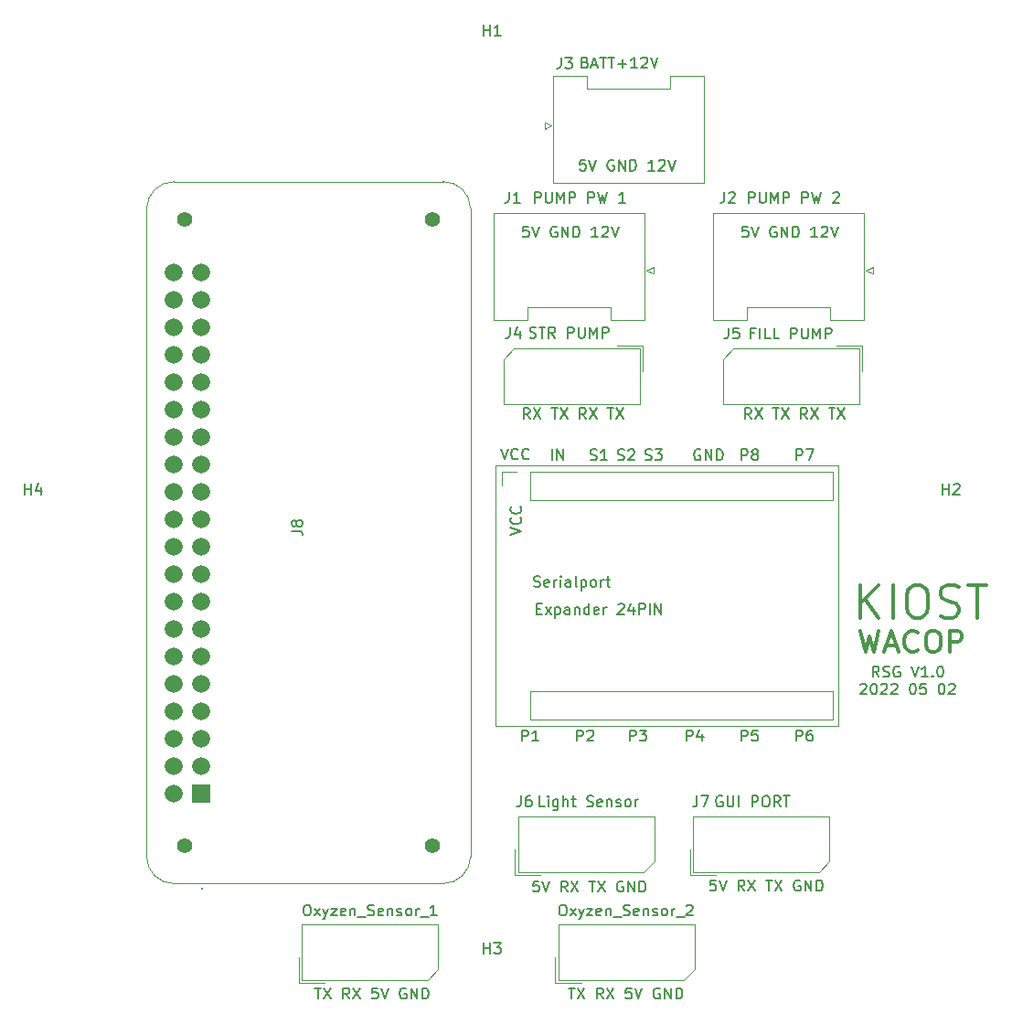
<source format=gbr>
%TF.GenerationSoftware,KiCad,Pcbnew,(6.0.4)*%
%TF.CreationDate,2022-05-02T15:33:22+09:00*%
%TF.ProjectId,0425,30343235-2e6b-4696-9361-645f70636258,rev?*%
%TF.SameCoordinates,Original*%
%TF.FileFunction,Legend,Top*%
%TF.FilePolarity,Positive*%
%FSLAX46Y46*%
G04 Gerber Fmt 4.6, Leading zero omitted, Abs format (unit mm)*
G04 Created by KiCad (PCBNEW (6.0.4)) date 2022-05-02 15:33:22*
%MOMM*%
%LPD*%
G01*
G04 APERTURE LIST*
%ADD10C,0.300000*%
%ADD11C,0.150000*%
%ADD12C,0.120000*%
%ADD13C,0.100000*%
%ADD14R,1.665000X1.665000*%
%ADD15C,1.665000*%
%ADD16C,1.400000*%
G04 APERTURE END LIST*
D10*
X176594095Y-87042761D02*
X177070285Y-89042761D01*
X177451238Y-87614190D01*
X177832190Y-89042761D01*
X178308380Y-87042761D01*
X178975047Y-88471333D02*
X179927428Y-88471333D01*
X178784571Y-89042761D02*
X179451238Y-87042761D01*
X180117904Y-89042761D01*
X181927428Y-88852285D02*
X181832190Y-88947523D01*
X181546476Y-89042761D01*
X181356000Y-89042761D01*
X181070285Y-88947523D01*
X180879809Y-88757047D01*
X180784571Y-88566571D01*
X180689333Y-88185619D01*
X180689333Y-87899904D01*
X180784571Y-87518952D01*
X180879809Y-87328476D01*
X181070285Y-87138000D01*
X181356000Y-87042761D01*
X181546476Y-87042761D01*
X181832190Y-87138000D01*
X181927428Y-87233238D01*
X183165523Y-87042761D02*
X183546476Y-87042761D01*
X183736952Y-87138000D01*
X183927428Y-87328476D01*
X184022666Y-87709428D01*
X184022666Y-88376095D01*
X183927428Y-88757047D01*
X183736952Y-88947523D01*
X183546476Y-89042761D01*
X183165523Y-89042761D01*
X182975047Y-88947523D01*
X182784571Y-88757047D01*
X182689333Y-88376095D01*
X182689333Y-87709428D01*
X182784571Y-87328476D01*
X182975047Y-87138000D01*
X183165523Y-87042761D01*
X184879809Y-89042761D02*
X184879809Y-87042761D01*
X185641714Y-87042761D01*
X185832190Y-87138000D01*
X185927428Y-87233238D01*
X186022666Y-87423714D01*
X186022666Y-87709428D01*
X185927428Y-87899904D01*
X185832190Y-87995142D01*
X185641714Y-88090380D01*
X184879809Y-88090380D01*
D11*
X145994642Y-59904761D02*
X146137500Y-59952380D01*
X146375595Y-59952380D01*
X146470833Y-59904761D01*
X146518452Y-59857142D01*
X146566071Y-59761904D01*
X146566071Y-59666666D01*
X146518452Y-59571428D01*
X146470833Y-59523809D01*
X146375595Y-59476190D01*
X146185119Y-59428571D01*
X146089880Y-59380952D01*
X146042261Y-59333333D01*
X145994642Y-59238095D01*
X145994642Y-59142857D01*
X146042261Y-59047619D01*
X146089880Y-59000000D01*
X146185119Y-58952380D01*
X146423214Y-58952380D01*
X146566071Y-59000000D01*
X146851785Y-58952380D02*
X147423214Y-58952380D01*
X147137500Y-59952380D02*
X147137500Y-58952380D01*
X148327976Y-59952380D02*
X147994642Y-59476190D01*
X147756547Y-59952380D02*
X147756547Y-58952380D01*
X148137500Y-58952380D01*
X148232738Y-59000000D01*
X148280357Y-59047619D01*
X148327976Y-59142857D01*
X148327976Y-59285714D01*
X148280357Y-59380952D01*
X148232738Y-59428571D01*
X148137500Y-59476190D01*
X147756547Y-59476190D01*
X149518452Y-59952380D02*
X149518452Y-58952380D01*
X149899404Y-58952380D01*
X149994642Y-59000000D01*
X150042261Y-59047619D01*
X150089880Y-59142857D01*
X150089880Y-59285714D01*
X150042261Y-59380952D01*
X149994642Y-59428571D01*
X149899404Y-59476190D01*
X149518452Y-59476190D01*
X150518452Y-58952380D02*
X150518452Y-59761904D01*
X150566071Y-59857142D01*
X150613690Y-59904761D01*
X150708928Y-59952380D01*
X150899404Y-59952380D01*
X150994642Y-59904761D01*
X151042261Y-59857142D01*
X151089880Y-59761904D01*
X151089880Y-58952380D01*
X151566071Y-59952380D02*
X151566071Y-58952380D01*
X151899404Y-59666666D01*
X152232738Y-58952380D01*
X152232738Y-59952380D01*
X152708928Y-59952380D02*
X152708928Y-58952380D01*
X153089880Y-58952380D01*
X153185119Y-59000000D01*
X153232738Y-59047619D01*
X153280357Y-59142857D01*
X153280357Y-59285714D01*
X153232738Y-59380952D01*
X153185119Y-59428571D01*
X153089880Y-59476190D01*
X152708928Y-59476190D01*
X178333333Y-91341380D02*
X178000000Y-90865190D01*
X177761904Y-91341380D02*
X177761904Y-90341380D01*
X178142857Y-90341380D01*
X178238095Y-90389000D01*
X178285714Y-90436619D01*
X178333333Y-90531857D01*
X178333333Y-90674714D01*
X178285714Y-90769952D01*
X178238095Y-90817571D01*
X178142857Y-90865190D01*
X177761904Y-90865190D01*
X178714285Y-91293761D02*
X178857142Y-91341380D01*
X179095238Y-91341380D01*
X179190476Y-91293761D01*
X179238095Y-91246142D01*
X179285714Y-91150904D01*
X179285714Y-91055666D01*
X179238095Y-90960428D01*
X179190476Y-90912809D01*
X179095238Y-90865190D01*
X178904761Y-90817571D01*
X178809523Y-90769952D01*
X178761904Y-90722333D01*
X178714285Y-90627095D01*
X178714285Y-90531857D01*
X178761904Y-90436619D01*
X178809523Y-90389000D01*
X178904761Y-90341380D01*
X179142857Y-90341380D01*
X179285714Y-90389000D01*
X180238095Y-90389000D02*
X180142857Y-90341380D01*
X180000000Y-90341380D01*
X179857142Y-90389000D01*
X179761904Y-90484238D01*
X179714285Y-90579476D01*
X179666666Y-90769952D01*
X179666666Y-90912809D01*
X179714285Y-91103285D01*
X179761904Y-91198523D01*
X179857142Y-91293761D01*
X180000000Y-91341380D01*
X180095238Y-91341380D01*
X180238095Y-91293761D01*
X180285714Y-91246142D01*
X180285714Y-90912809D01*
X180095238Y-90912809D01*
X181333333Y-90341380D02*
X181666666Y-91341380D01*
X182000000Y-90341380D01*
X182857142Y-91341380D02*
X182285714Y-91341380D01*
X182571428Y-91341380D02*
X182571428Y-90341380D01*
X182476190Y-90484238D01*
X182380952Y-90579476D01*
X182285714Y-90627095D01*
X183285714Y-91246142D02*
X183333333Y-91293761D01*
X183285714Y-91341380D01*
X183238095Y-91293761D01*
X183285714Y-91246142D01*
X183285714Y-91341380D01*
X183952380Y-90341380D02*
X184047619Y-90341380D01*
X184142857Y-90389000D01*
X184190476Y-90436619D01*
X184238095Y-90531857D01*
X184285714Y-90722333D01*
X184285714Y-90960428D01*
X184238095Y-91150904D01*
X184190476Y-91246142D01*
X184142857Y-91293761D01*
X184047619Y-91341380D01*
X183952380Y-91341380D01*
X183857142Y-91293761D01*
X183809523Y-91246142D01*
X183761904Y-91150904D01*
X183714285Y-90960428D01*
X183714285Y-90722333D01*
X183761904Y-90531857D01*
X183809523Y-90436619D01*
X183857142Y-90389000D01*
X183952380Y-90341380D01*
X176619047Y-92046619D02*
X176666666Y-91999000D01*
X176761904Y-91951380D01*
X177000000Y-91951380D01*
X177095238Y-91999000D01*
X177142857Y-92046619D01*
X177190476Y-92141857D01*
X177190476Y-92237095D01*
X177142857Y-92379952D01*
X176571428Y-92951380D01*
X177190476Y-92951380D01*
X177809523Y-91951380D02*
X177904761Y-91951380D01*
X178000000Y-91999000D01*
X178047619Y-92046619D01*
X178095238Y-92141857D01*
X178142857Y-92332333D01*
X178142857Y-92570428D01*
X178095238Y-92760904D01*
X178047619Y-92856142D01*
X178000000Y-92903761D01*
X177904761Y-92951380D01*
X177809523Y-92951380D01*
X177714285Y-92903761D01*
X177666666Y-92856142D01*
X177619047Y-92760904D01*
X177571428Y-92570428D01*
X177571428Y-92332333D01*
X177619047Y-92141857D01*
X177666666Y-92046619D01*
X177714285Y-91999000D01*
X177809523Y-91951380D01*
X178523809Y-92046619D02*
X178571428Y-91999000D01*
X178666666Y-91951380D01*
X178904761Y-91951380D01*
X179000000Y-91999000D01*
X179047619Y-92046619D01*
X179095238Y-92141857D01*
X179095238Y-92237095D01*
X179047619Y-92379952D01*
X178476190Y-92951380D01*
X179095238Y-92951380D01*
X179476190Y-92046619D02*
X179523809Y-91999000D01*
X179619047Y-91951380D01*
X179857142Y-91951380D01*
X179952380Y-91999000D01*
X180000000Y-92046619D01*
X180047619Y-92141857D01*
X180047619Y-92237095D01*
X180000000Y-92379952D01*
X179428571Y-92951380D01*
X180047619Y-92951380D01*
X181428571Y-91951380D02*
X181523809Y-91951380D01*
X181619047Y-91999000D01*
X181666666Y-92046619D01*
X181714285Y-92141857D01*
X181761904Y-92332333D01*
X181761904Y-92570428D01*
X181714285Y-92760904D01*
X181666666Y-92856142D01*
X181619047Y-92903761D01*
X181523809Y-92951380D01*
X181428571Y-92951380D01*
X181333333Y-92903761D01*
X181285714Y-92856142D01*
X181238095Y-92760904D01*
X181190476Y-92570428D01*
X181190476Y-92332333D01*
X181238095Y-92141857D01*
X181285714Y-92046619D01*
X181333333Y-91999000D01*
X181428571Y-91951380D01*
X182666666Y-91951380D02*
X182190476Y-91951380D01*
X182142857Y-92427571D01*
X182190476Y-92379952D01*
X182285714Y-92332333D01*
X182523809Y-92332333D01*
X182619047Y-92379952D01*
X182666666Y-92427571D01*
X182714285Y-92522809D01*
X182714285Y-92760904D01*
X182666666Y-92856142D01*
X182619047Y-92903761D01*
X182523809Y-92951380D01*
X182285714Y-92951380D01*
X182190476Y-92903761D01*
X182142857Y-92856142D01*
X184095238Y-91951380D02*
X184190476Y-91951380D01*
X184285714Y-91999000D01*
X184333333Y-92046619D01*
X184380952Y-92141857D01*
X184428571Y-92332333D01*
X184428571Y-92570428D01*
X184380952Y-92760904D01*
X184333333Y-92856142D01*
X184285714Y-92903761D01*
X184190476Y-92951380D01*
X184095238Y-92951380D01*
X184000000Y-92903761D01*
X183952380Y-92856142D01*
X183904761Y-92760904D01*
X183857142Y-92570428D01*
X183857142Y-92332333D01*
X183904761Y-92141857D01*
X183952380Y-92046619D01*
X184000000Y-91999000D01*
X184095238Y-91951380D01*
X184809523Y-92046619D02*
X184857142Y-91999000D01*
X184952380Y-91951380D01*
X185190476Y-91951380D01*
X185285714Y-91999000D01*
X185333333Y-92046619D01*
X185380952Y-92141857D01*
X185380952Y-92237095D01*
X185333333Y-92379952D01*
X184761904Y-92951380D01*
X185380952Y-92951380D01*
X166195857Y-49617380D02*
X165719666Y-49617380D01*
X165672047Y-50093571D01*
X165719666Y-50045952D01*
X165814904Y-49998333D01*
X166053000Y-49998333D01*
X166148238Y-50045952D01*
X166195857Y-50093571D01*
X166243476Y-50188809D01*
X166243476Y-50426904D01*
X166195857Y-50522142D01*
X166148238Y-50569761D01*
X166053000Y-50617380D01*
X165814904Y-50617380D01*
X165719666Y-50569761D01*
X165672047Y-50522142D01*
X166529190Y-49617380D02*
X166862523Y-50617380D01*
X167195857Y-49617380D01*
X168814904Y-49665000D02*
X168719666Y-49617380D01*
X168576809Y-49617380D01*
X168433952Y-49665000D01*
X168338714Y-49760238D01*
X168291095Y-49855476D01*
X168243476Y-50045952D01*
X168243476Y-50188809D01*
X168291095Y-50379285D01*
X168338714Y-50474523D01*
X168433952Y-50569761D01*
X168576809Y-50617380D01*
X168672047Y-50617380D01*
X168814904Y-50569761D01*
X168862523Y-50522142D01*
X168862523Y-50188809D01*
X168672047Y-50188809D01*
X169291095Y-50617380D02*
X169291095Y-49617380D01*
X169862523Y-50617380D01*
X169862523Y-49617380D01*
X170338714Y-50617380D02*
X170338714Y-49617380D01*
X170576809Y-49617380D01*
X170719666Y-49665000D01*
X170814904Y-49760238D01*
X170862523Y-49855476D01*
X170910142Y-50045952D01*
X170910142Y-50188809D01*
X170862523Y-50379285D01*
X170814904Y-50474523D01*
X170719666Y-50569761D01*
X170576809Y-50617380D01*
X170338714Y-50617380D01*
X172624428Y-50617380D02*
X172053000Y-50617380D01*
X172338714Y-50617380D02*
X172338714Y-49617380D01*
X172243476Y-49760238D01*
X172148238Y-49855476D01*
X172053000Y-49903095D01*
X173005380Y-49712619D02*
X173053000Y-49665000D01*
X173148238Y-49617380D01*
X173386333Y-49617380D01*
X173481571Y-49665000D01*
X173529190Y-49712619D01*
X173576809Y-49807857D01*
X173576809Y-49903095D01*
X173529190Y-50045952D01*
X172957761Y-50617380D01*
X173576809Y-50617380D01*
X173862523Y-49617380D02*
X174195857Y-50617380D01*
X174529190Y-49617380D01*
X146809523Y-110252380D02*
X146333333Y-110252380D01*
X146285714Y-110728571D01*
X146333333Y-110680952D01*
X146428571Y-110633333D01*
X146666666Y-110633333D01*
X146761904Y-110680952D01*
X146809523Y-110728571D01*
X146857142Y-110823809D01*
X146857142Y-111061904D01*
X146809523Y-111157142D01*
X146761904Y-111204761D01*
X146666666Y-111252380D01*
X146428571Y-111252380D01*
X146333333Y-111204761D01*
X146285714Y-111157142D01*
X147142857Y-110252380D02*
X147476190Y-111252380D01*
X147809523Y-110252380D01*
X149476190Y-111252380D02*
X149142857Y-110776190D01*
X148904761Y-111252380D02*
X148904761Y-110252380D01*
X149285714Y-110252380D01*
X149380952Y-110300000D01*
X149428571Y-110347619D01*
X149476190Y-110442857D01*
X149476190Y-110585714D01*
X149428571Y-110680952D01*
X149380952Y-110728571D01*
X149285714Y-110776190D01*
X148904761Y-110776190D01*
X149809523Y-110252380D02*
X150476190Y-111252380D01*
X150476190Y-110252380D02*
X149809523Y-111252380D01*
X151476190Y-110252380D02*
X152047619Y-110252380D01*
X151761904Y-111252380D02*
X151761904Y-110252380D01*
X152285714Y-110252380D02*
X152952380Y-111252380D01*
X152952380Y-110252380D02*
X152285714Y-111252380D01*
X154619047Y-110300000D02*
X154523809Y-110252380D01*
X154380952Y-110252380D01*
X154238095Y-110300000D01*
X154142857Y-110395238D01*
X154095238Y-110490476D01*
X154047619Y-110680952D01*
X154047619Y-110823809D01*
X154095238Y-111014285D01*
X154142857Y-111109523D01*
X154238095Y-111204761D01*
X154380952Y-111252380D01*
X154476190Y-111252380D01*
X154619047Y-111204761D01*
X154666666Y-111157142D01*
X154666666Y-110823809D01*
X154476190Y-110823809D01*
X155095238Y-111252380D02*
X155095238Y-110252380D01*
X155666666Y-111252380D01*
X155666666Y-110252380D01*
X156142857Y-111252380D02*
X156142857Y-110252380D01*
X156380952Y-110252380D01*
X156523809Y-110300000D01*
X156619047Y-110395238D01*
X156666666Y-110490476D01*
X156714285Y-110680952D01*
X156714285Y-110823809D01*
X156666666Y-111014285D01*
X156619047Y-111109523D01*
X156523809Y-111204761D01*
X156380952Y-111252380D01*
X156142857Y-111252380D01*
X143319666Y-70191380D02*
X143653000Y-71191380D01*
X143986333Y-70191380D01*
X144891095Y-71096142D02*
X144843476Y-71143761D01*
X144700619Y-71191380D01*
X144605380Y-71191380D01*
X144462523Y-71143761D01*
X144367285Y-71048523D01*
X144319666Y-70953285D01*
X144272047Y-70762809D01*
X144272047Y-70619952D01*
X144319666Y-70429476D01*
X144367285Y-70334238D01*
X144462523Y-70239000D01*
X144605380Y-70191380D01*
X144700619Y-70191380D01*
X144843476Y-70239000D01*
X144891095Y-70286619D01*
X145891095Y-71096142D02*
X145843476Y-71143761D01*
X145700619Y-71191380D01*
X145605380Y-71191380D01*
X145462523Y-71143761D01*
X145367285Y-71048523D01*
X145319666Y-70953285D01*
X145272047Y-70762809D01*
X145272047Y-70619952D01*
X145319666Y-70429476D01*
X145367285Y-70334238D01*
X145462523Y-70239000D01*
X145605380Y-70191380D01*
X145700619Y-70191380D01*
X145843476Y-70239000D01*
X145891095Y-70286619D01*
X163209523Y-110152380D02*
X162733333Y-110152380D01*
X162685714Y-110628571D01*
X162733333Y-110580952D01*
X162828571Y-110533333D01*
X163066666Y-110533333D01*
X163161904Y-110580952D01*
X163209523Y-110628571D01*
X163257142Y-110723809D01*
X163257142Y-110961904D01*
X163209523Y-111057142D01*
X163161904Y-111104761D01*
X163066666Y-111152380D01*
X162828571Y-111152380D01*
X162733333Y-111104761D01*
X162685714Y-111057142D01*
X163542857Y-110152380D02*
X163876190Y-111152380D01*
X164209523Y-110152380D01*
X165876190Y-111152380D02*
X165542857Y-110676190D01*
X165304761Y-111152380D02*
X165304761Y-110152380D01*
X165685714Y-110152380D01*
X165780952Y-110200000D01*
X165828571Y-110247619D01*
X165876190Y-110342857D01*
X165876190Y-110485714D01*
X165828571Y-110580952D01*
X165780952Y-110628571D01*
X165685714Y-110676190D01*
X165304761Y-110676190D01*
X166209523Y-110152380D02*
X166876190Y-111152380D01*
X166876190Y-110152380D02*
X166209523Y-111152380D01*
X167876190Y-110152380D02*
X168447619Y-110152380D01*
X168161904Y-111152380D02*
X168161904Y-110152380D01*
X168685714Y-110152380D02*
X169352380Y-111152380D01*
X169352380Y-110152380D02*
X168685714Y-111152380D01*
X171019047Y-110200000D02*
X170923809Y-110152380D01*
X170780952Y-110152380D01*
X170638095Y-110200000D01*
X170542857Y-110295238D01*
X170495238Y-110390476D01*
X170447619Y-110580952D01*
X170447619Y-110723809D01*
X170495238Y-110914285D01*
X170542857Y-111009523D01*
X170638095Y-111104761D01*
X170780952Y-111152380D01*
X170876190Y-111152380D01*
X171019047Y-111104761D01*
X171066666Y-111057142D01*
X171066666Y-110723809D01*
X170876190Y-110723809D01*
X171495238Y-111152380D02*
X171495238Y-110152380D01*
X172066666Y-111152380D01*
X172066666Y-110152380D01*
X172542857Y-111152380D02*
X172542857Y-110152380D01*
X172780952Y-110152380D01*
X172923809Y-110200000D01*
X173019047Y-110295238D01*
X173066666Y-110390476D01*
X173114285Y-110580952D01*
X173114285Y-110723809D01*
X173066666Y-110914285D01*
X173019047Y-111009523D01*
X172923809Y-111104761D01*
X172780952Y-111152380D01*
X172542857Y-111152380D01*
X163814285Y-102400000D02*
X163719047Y-102352380D01*
X163576190Y-102352380D01*
X163433333Y-102400000D01*
X163338095Y-102495238D01*
X163290476Y-102590476D01*
X163242857Y-102780952D01*
X163242857Y-102923809D01*
X163290476Y-103114285D01*
X163338095Y-103209523D01*
X163433333Y-103304761D01*
X163576190Y-103352380D01*
X163671428Y-103352380D01*
X163814285Y-103304761D01*
X163861904Y-103257142D01*
X163861904Y-102923809D01*
X163671428Y-102923809D01*
X164290476Y-102352380D02*
X164290476Y-103161904D01*
X164338095Y-103257142D01*
X164385714Y-103304761D01*
X164480952Y-103352380D01*
X164671428Y-103352380D01*
X164766666Y-103304761D01*
X164814285Y-103257142D01*
X164861904Y-103161904D01*
X164861904Y-102352380D01*
X165338095Y-103352380D02*
X165338095Y-102352380D01*
X166576190Y-103352380D02*
X166576190Y-102352380D01*
X166957142Y-102352380D01*
X167052380Y-102400000D01*
X167100000Y-102447619D01*
X167147619Y-102542857D01*
X167147619Y-102685714D01*
X167100000Y-102780952D01*
X167052380Y-102828571D01*
X166957142Y-102876190D01*
X166576190Y-102876190D01*
X167766666Y-102352380D02*
X167957142Y-102352380D01*
X168052380Y-102400000D01*
X168147619Y-102495238D01*
X168195238Y-102685714D01*
X168195238Y-103019047D01*
X168147619Y-103209523D01*
X168052380Y-103304761D01*
X167957142Y-103352380D01*
X167766666Y-103352380D01*
X167671428Y-103304761D01*
X167576190Y-103209523D01*
X167528571Y-103019047D01*
X167528571Y-102685714D01*
X167576190Y-102495238D01*
X167671428Y-102400000D01*
X167766666Y-102352380D01*
X169195238Y-103352380D02*
X168861904Y-102876190D01*
X168623809Y-103352380D02*
X168623809Y-102352380D01*
X169004761Y-102352380D01*
X169100000Y-102400000D01*
X169147619Y-102447619D01*
X169195238Y-102542857D01*
X169195238Y-102685714D01*
X169147619Y-102780952D01*
X169100000Y-102828571D01*
X169004761Y-102876190D01*
X168623809Y-102876190D01*
X169480952Y-102352380D02*
X170052380Y-102352380D01*
X169766666Y-103352380D02*
X169766666Y-102352380D01*
X146000000Y-67452380D02*
X145666666Y-66976190D01*
X145428571Y-67452380D02*
X145428571Y-66452380D01*
X145809523Y-66452380D01*
X145904761Y-66500000D01*
X145952380Y-66547619D01*
X146000000Y-66642857D01*
X146000000Y-66785714D01*
X145952380Y-66880952D01*
X145904761Y-66928571D01*
X145809523Y-66976190D01*
X145428571Y-66976190D01*
X146333333Y-66452380D02*
X147000000Y-67452380D01*
X147000000Y-66452380D02*
X146333333Y-67452380D01*
X148000000Y-66452380D02*
X148571428Y-66452380D01*
X148285714Y-67452380D02*
X148285714Y-66452380D01*
X148809523Y-66452380D02*
X149476190Y-67452380D01*
X149476190Y-66452380D02*
X148809523Y-67452380D01*
X151190476Y-67452380D02*
X150857142Y-66976190D01*
X150619047Y-67452380D02*
X150619047Y-66452380D01*
X151000000Y-66452380D01*
X151095238Y-66500000D01*
X151142857Y-66547619D01*
X151190476Y-66642857D01*
X151190476Y-66785714D01*
X151142857Y-66880952D01*
X151095238Y-66928571D01*
X151000000Y-66976190D01*
X150619047Y-66976190D01*
X151523809Y-66452380D02*
X152190476Y-67452380D01*
X152190476Y-66452380D02*
X151523809Y-67452380D01*
X153190476Y-66452380D02*
X153761904Y-66452380D01*
X153476190Y-67452380D02*
X153476190Y-66452380D01*
X154000000Y-66452380D02*
X154666666Y-67452380D01*
X154666666Y-66452380D02*
X154000000Y-67452380D01*
X166799047Y-59491571D02*
X166465714Y-59491571D01*
X166465714Y-60015380D02*
X166465714Y-59015380D01*
X166941904Y-59015380D01*
X167322857Y-60015380D02*
X167322857Y-59015380D01*
X168275238Y-60015380D02*
X167799047Y-60015380D01*
X167799047Y-59015380D01*
X169084761Y-60015380D02*
X168608571Y-60015380D01*
X168608571Y-59015380D01*
X170180000Y-60015380D02*
X170180000Y-59015380D01*
X170560952Y-59015380D01*
X170656190Y-59063000D01*
X170703809Y-59110619D01*
X170751428Y-59205857D01*
X170751428Y-59348714D01*
X170703809Y-59443952D01*
X170656190Y-59491571D01*
X170560952Y-59539190D01*
X170180000Y-59539190D01*
X171180000Y-59015380D02*
X171180000Y-59824904D01*
X171227619Y-59920142D01*
X171275238Y-59967761D01*
X171370476Y-60015380D01*
X171560952Y-60015380D01*
X171656190Y-59967761D01*
X171703809Y-59920142D01*
X171751428Y-59824904D01*
X171751428Y-59015380D01*
X172227619Y-60015380D02*
X172227619Y-59015380D01*
X172560952Y-59729666D01*
X172894285Y-59015380D01*
X172894285Y-60015380D01*
X173370476Y-60015380D02*
X173370476Y-59015380D01*
X173751428Y-59015380D01*
X173846666Y-59063000D01*
X173894285Y-59110619D01*
X173941904Y-59205857D01*
X173941904Y-59348714D01*
X173894285Y-59443952D01*
X173846666Y-59491571D01*
X173751428Y-59539190D01*
X173370476Y-59539190D01*
X151130952Y-34428571D02*
X151273809Y-34476190D01*
X151321428Y-34523809D01*
X151369047Y-34619047D01*
X151369047Y-34761904D01*
X151321428Y-34857142D01*
X151273809Y-34904761D01*
X151178571Y-34952380D01*
X150797619Y-34952380D01*
X150797619Y-33952380D01*
X151130952Y-33952380D01*
X151226190Y-34000000D01*
X151273809Y-34047619D01*
X151321428Y-34142857D01*
X151321428Y-34238095D01*
X151273809Y-34333333D01*
X151226190Y-34380952D01*
X151130952Y-34428571D01*
X150797619Y-34428571D01*
X151750000Y-34666666D02*
X152226190Y-34666666D01*
X151654761Y-34952380D02*
X151988095Y-33952380D01*
X152321428Y-34952380D01*
X152511904Y-33952380D02*
X153083333Y-33952380D01*
X152797619Y-34952380D02*
X152797619Y-33952380D01*
X153273809Y-33952380D02*
X153845238Y-33952380D01*
X153559523Y-34952380D02*
X153559523Y-33952380D01*
X154178571Y-34571428D02*
X154940476Y-34571428D01*
X154559523Y-34952380D02*
X154559523Y-34190476D01*
X155940476Y-34952380D02*
X155369047Y-34952380D01*
X155654761Y-34952380D02*
X155654761Y-33952380D01*
X155559523Y-34095238D01*
X155464285Y-34190476D01*
X155369047Y-34238095D01*
X156321428Y-34047619D02*
X156369047Y-34000000D01*
X156464285Y-33952380D01*
X156702380Y-33952380D01*
X156797619Y-34000000D01*
X156845238Y-34047619D01*
X156892857Y-34142857D01*
X156892857Y-34238095D01*
X156845238Y-34380952D01*
X156273809Y-34952380D01*
X156892857Y-34952380D01*
X157178571Y-33952380D02*
X157511904Y-34952380D01*
X157845238Y-33952380D01*
X151142857Y-43452380D02*
X150666666Y-43452380D01*
X150619047Y-43928571D01*
X150666666Y-43880952D01*
X150761904Y-43833333D01*
X151000000Y-43833333D01*
X151095238Y-43880952D01*
X151142857Y-43928571D01*
X151190476Y-44023809D01*
X151190476Y-44261904D01*
X151142857Y-44357142D01*
X151095238Y-44404761D01*
X151000000Y-44452380D01*
X150761904Y-44452380D01*
X150666666Y-44404761D01*
X150619047Y-44357142D01*
X151476190Y-43452380D02*
X151809523Y-44452380D01*
X152142857Y-43452380D01*
X153761904Y-43500000D02*
X153666666Y-43452380D01*
X153523809Y-43452380D01*
X153380952Y-43500000D01*
X153285714Y-43595238D01*
X153238095Y-43690476D01*
X153190476Y-43880952D01*
X153190476Y-44023809D01*
X153238095Y-44214285D01*
X153285714Y-44309523D01*
X153380952Y-44404761D01*
X153523809Y-44452380D01*
X153619047Y-44452380D01*
X153761904Y-44404761D01*
X153809523Y-44357142D01*
X153809523Y-44023809D01*
X153619047Y-44023809D01*
X154238095Y-44452380D02*
X154238095Y-43452380D01*
X154809523Y-44452380D01*
X154809523Y-43452380D01*
X155285714Y-44452380D02*
X155285714Y-43452380D01*
X155523809Y-43452380D01*
X155666666Y-43500000D01*
X155761904Y-43595238D01*
X155809523Y-43690476D01*
X155857142Y-43880952D01*
X155857142Y-44023809D01*
X155809523Y-44214285D01*
X155761904Y-44309523D01*
X155666666Y-44404761D01*
X155523809Y-44452380D01*
X155285714Y-44452380D01*
X157571428Y-44452380D02*
X157000000Y-44452380D01*
X157285714Y-44452380D02*
X157285714Y-43452380D01*
X157190476Y-43595238D01*
X157095238Y-43690476D01*
X157000000Y-43738095D01*
X157952380Y-43547619D02*
X158000000Y-43500000D01*
X158095238Y-43452380D01*
X158333333Y-43452380D01*
X158428571Y-43500000D01*
X158476190Y-43547619D01*
X158523809Y-43642857D01*
X158523809Y-43738095D01*
X158476190Y-43880952D01*
X157904761Y-44452380D01*
X158523809Y-44452380D01*
X158809523Y-43452380D02*
X159142857Y-44452380D01*
X159476190Y-43452380D01*
X149590476Y-120152380D02*
X150161904Y-120152380D01*
X149876190Y-121152380D02*
X149876190Y-120152380D01*
X150400000Y-120152380D02*
X151066666Y-121152380D01*
X151066666Y-120152380D02*
X150400000Y-121152380D01*
X152780952Y-121152380D02*
X152447619Y-120676190D01*
X152209523Y-121152380D02*
X152209523Y-120152380D01*
X152590476Y-120152380D01*
X152685714Y-120200000D01*
X152733333Y-120247619D01*
X152780952Y-120342857D01*
X152780952Y-120485714D01*
X152733333Y-120580952D01*
X152685714Y-120628571D01*
X152590476Y-120676190D01*
X152209523Y-120676190D01*
X153114285Y-120152380D02*
X153780952Y-121152380D01*
X153780952Y-120152380D02*
X153114285Y-121152380D01*
X155400000Y-120152380D02*
X154923809Y-120152380D01*
X154876190Y-120628571D01*
X154923809Y-120580952D01*
X155019047Y-120533333D01*
X155257142Y-120533333D01*
X155352380Y-120580952D01*
X155400000Y-120628571D01*
X155447619Y-120723809D01*
X155447619Y-120961904D01*
X155400000Y-121057142D01*
X155352380Y-121104761D01*
X155257142Y-121152380D01*
X155019047Y-121152380D01*
X154923809Y-121104761D01*
X154876190Y-121057142D01*
X155733333Y-120152380D02*
X156066666Y-121152380D01*
X156400000Y-120152380D01*
X158019047Y-120200000D02*
X157923809Y-120152380D01*
X157780952Y-120152380D01*
X157638095Y-120200000D01*
X157542857Y-120295238D01*
X157495238Y-120390476D01*
X157447619Y-120580952D01*
X157447619Y-120723809D01*
X157495238Y-120914285D01*
X157542857Y-121009523D01*
X157638095Y-121104761D01*
X157780952Y-121152380D01*
X157876190Y-121152380D01*
X158019047Y-121104761D01*
X158066666Y-121057142D01*
X158066666Y-120723809D01*
X157876190Y-120723809D01*
X158495238Y-121152380D02*
X158495238Y-120152380D01*
X159066666Y-121152380D01*
X159066666Y-120152380D01*
X159542857Y-121152380D02*
X159542857Y-120152380D01*
X159780952Y-120152380D01*
X159923809Y-120200000D01*
X160019047Y-120295238D01*
X160066666Y-120390476D01*
X160114285Y-120580952D01*
X160114285Y-120723809D01*
X160066666Y-120914285D01*
X160019047Y-121009523D01*
X159923809Y-121104761D01*
X159780952Y-121152380D01*
X159542857Y-121152380D01*
X166500000Y-67452380D02*
X166166666Y-66976190D01*
X165928571Y-67452380D02*
X165928571Y-66452380D01*
X166309523Y-66452380D01*
X166404761Y-66500000D01*
X166452380Y-66547619D01*
X166500000Y-66642857D01*
X166500000Y-66785714D01*
X166452380Y-66880952D01*
X166404761Y-66928571D01*
X166309523Y-66976190D01*
X165928571Y-66976190D01*
X166833333Y-66452380D02*
X167500000Y-67452380D01*
X167500000Y-66452380D02*
X166833333Y-67452380D01*
X168500000Y-66452380D02*
X169071428Y-66452380D01*
X168785714Y-67452380D02*
X168785714Y-66452380D01*
X169309523Y-66452380D02*
X169976190Y-67452380D01*
X169976190Y-66452380D02*
X169309523Y-67452380D01*
X171690476Y-67452380D02*
X171357142Y-66976190D01*
X171119047Y-67452380D02*
X171119047Y-66452380D01*
X171500000Y-66452380D01*
X171595238Y-66500000D01*
X171642857Y-66547619D01*
X171690476Y-66642857D01*
X171690476Y-66785714D01*
X171642857Y-66880952D01*
X171595238Y-66928571D01*
X171500000Y-66976190D01*
X171119047Y-66976190D01*
X172023809Y-66452380D02*
X172690476Y-67452380D01*
X172690476Y-66452380D02*
X172023809Y-67452380D01*
X173690476Y-66452380D02*
X174261904Y-66452380D01*
X173976190Y-67452380D02*
X173976190Y-66452380D01*
X174500000Y-66452380D02*
X175166666Y-67452380D01*
X175166666Y-66452380D02*
X174500000Y-67452380D01*
X126090476Y-120152380D02*
X126661904Y-120152380D01*
X126376190Y-121152380D02*
X126376190Y-120152380D01*
X126900000Y-120152380D02*
X127566666Y-121152380D01*
X127566666Y-120152380D02*
X126900000Y-121152380D01*
X129280952Y-121152380D02*
X128947619Y-120676190D01*
X128709523Y-121152380D02*
X128709523Y-120152380D01*
X129090476Y-120152380D01*
X129185714Y-120200000D01*
X129233333Y-120247619D01*
X129280952Y-120342857D01*
X129280952Y-120485714D01*
X129233333Y-120580952D01*
X129185714Y-120628571D01*
X129090476Y-120676190D01*
X128709523Y-120676190D01*
X129614285Y-120152380D02*
X130280952Y-121152380D01*
X130280952Y-120152380D02*
X129614285Y-121152380D01*
X131900000Y-120152380D02*
X131423809Y-120152380D01*
X131376190Y-120628571D01*
X131423809Y-120580952D01*
X131519047Y-120533333D01*
X131757142Y-120533333D01*
X131852380Y-120580952D01*
X131900000Y-120628571D01*
X131947619Y-120723809D01*
X131947619Y-120961904D01*
X131900000Y-121057142D01*
X131852380Y-121104761D01*
X131757142Y-121152380D01*
X131519047Y-121152380D01*
X131423809Y-121104761D01*
X131376190Y-121057142D01*
X132233333Y-120152380D02*
X132566666Y-121152380D01*
X132900000Y-120152380D01*
X134519047Y-120200000D02*
X134423809Y-120152380D01*
X134280952Y-120152380D01*
X134138095Y-120200000D01*
X134042857Y-120295238D01*
X133995238Y-120390476D01*
X133947619Y-120580952D01*
X133947619Y-120723809D01*
X133995238Y-120914285D01*
X134042857Y-121009523D01*
X134138095Y-121104761D01*
X134280952Y-121152380D01*
X134376190Y-121152380D01*
X134519047Y-121104761D01*
X134566666Y-121057142D01*
X134566666Y-120723809D01*
X134376190Y-120723809D01*
X134995238Y-121152380D02*
X134995238Y-120152380D01*
X135566666Y-121152380D01*
X135566666Y-120152380D01*
X136042857Y-121152380D02*
X136042857Y-120152380D01*
X136280952Y-120152380D01*
X136423809Y-120200000D01*
X136519047Y-120295238D01*
X136566666Y-120390476D01*
X136614285Y-120580952D01*
X136614285Y-120723809D01*
X136566666Y-120914285D01*
X136519047Y-121009523D01*
X136423809Y-121104761D01*
X136280952Y-121152380D01*
X136042857Y-121152380D01*
X146455333Y-47442380D02*
X146455333Y-46442380D01*
X146836285Y-46442380D01*
X146931523Y-46490000D01*
X146979142Y-46537619D01*
X147026761Y-46632857D01*
X147026761Y-46775714D01*
X146979142Y-46870952D01*
X146931523Y-46918571D01*
X146836285Y-46966190D01*
X146455333Y-46966190D01*
X147455333Y-46442380D02*
X147455333Y-47251904D01*
X147502952Y-47347142D01*
X147550571Y-47394761D01*
X147645809Y-47442380D01*
X147836285Y-47442380D01*
X147931523Y-47394761D01*
X147979142Y-47347142D01*
X148026761Y-47251904D01*
X148026761Y-46442380D01*
X148502952Y-47442380D02*
X148502952Y-46442380D01*
X148836285Y-47156666D01*
X149169619Y-46442380D01*
X149169619Y-47442380D01*
X149645809Y-47442380D02*
X149645809Y-46442380D01*
X150026761Y-46442380D01*
X150122000Y-46490000D01*
X150169619Y-46537619D01*
X150217238Y-46632857D01*
X150217238Y-46775714D01*
X150169619Y-46870952D01*
X150122000Y-46918571D01*
X150026761Y-46966190D01*
X149645809Y-46966190D01*
X151407714Y-47442380D02*
X151407714Y-46442380D01*
X151788666Y-46442380D01*
X151883904Y-46490000D01*
X151931523Y-46537619D01*
X151979142Y-46632857D01*
X151979142Y-46775714D01*
X151931523Y-46870952D01*
X151883904Y-46918571D01*
X151788666Y-46966190D01*
X151407714Y-46966190D01*
X152312476Y-46442380D02*
X152550571Y-47442380D01*
X152741047Y-46728095D01*
X152931523Y-47442380D01*
X153169619Y-46442380D01*
X154836285Y-47442380D02*
X154264857Y-47442380D01*
X154550571Y-47442380D02*
X154550571Y-46442380D01*
X154455333Y-46585238D01*
X154360095Y-46680476D01*
X154264857Y-46728095D01*
X147376190Y-103352380D02*
X146900000Y-103352380D01*
X146900000Y-102352380D01*
X147709523Y-103352380D02*
X147709523Y-102685714D01*
X147709523Y-102352380D02*
X147661904Y-102400000D01*
X147709523Y-102447619D01*
X147757142Y-102400000D01*
X147709523Y-102352380D01*
X147709523Y-102447619D01*
X148614285Y-102685714D02*
X148614285Y-103495238D01*
X148566666Y-103590476D01*
X148519047Y-103638095D01*
X148423809Y-103685714D01*
X148280952Y-103685714D01*
X148185714Y-103638095D01*
X148614285Y-103304761D02*
X148519047Y-103352380D01*
X148328571Y-103352380D01*
X148233333Y-103304761D01*
X148185714Y-103257142D01*
X148138095Y-103161904D01*
X148138095Y-102876190D01*
X148185714Y-102780952D01*
X148233333Y-102733333D01*
X148328571Y-102685714D01*
X148519047Y-102685714D01*
X148614285Y-102733333D01*
X149090476Y-103352380D02*
X149090476Y-102352380D01*
X149519047Y-103352380D02*
X149519047Y-102828571D01*
X149471428Y-102733333D01*
X149376190Y-102685714D01*
X149233333Y-102685714D01*
X149138095Y-102733333D01*
X149090476Y-102780952D01*
X149852380Y-102685714D02*
X150233333Y-102685714D01*
X149995238Y-102352380D02*
X149995238Y-103209523D01*
X150042857Y-103304761D01*
X150138095Y-103352380D01*
X150233333Y-103352380D01*
X151280952Y-103304761D02*
X151423809Y-103352380D01*
X151661904Y-103352380D01*
X151757142Y-103304761D01*
X151804761Y-103257142D01*
X151852380Y-103161904D01*
X151852380Y-103066666D01*
X151804761Y-102971428D01*
X151757142Y-102923809D01*
X151661904Y-102876190D01*
X151471428Y-102828571D01*
X151376190Y-102780952D01*
X151328571Y-102733333D01*
X151280952Y-102638095D01*
X151280952Y-102542857D01*
X151328571Y-102447619D01*
X151376190Y-102400000D01*
X151471428Y-102352380D01*
X151709523Y-102352380D01*
X151852380Y-102400000D01*
X152661904Y-103304761D02*
X152566666Y-103352380D01*
X152376190Y-103352380D01*
X152280952Y-103304761D01*
X152233333Y-103209523D01*
X152233333Y-102828571D01*
X152280952Y-102733333D01*
X152376190Y-102685714D01*
X152566666Y-102685714D01*
X152661904Y-102733333D01*
X152709523Y-102828571D01*
X152709523Y-102923809D01*
X152233333Y-103019047D01*
X153138095Y-102685714D02*
X153138095Y-103352380D01*
X153138095Y-102780952D02*
X153185714Y-102733333D01*
X153280952Y-102685714D01*
X153423809Y-102685714D01*
X153519047Y-102733333D01*
X153566666Y-102828571D01*
X153566666Y-103352380D01*
X153995238Y-103304761D02*
X154090476Y-103352380D01*
X154280952Y-103352380D01*
X154376190Y-103304761D01*
X154423809Y-103209523D01*
X154423809Y-103161904D01*
X154376190Y-103066666D01*
X154280952Y-103019047D01*
X154138095Y-103019047D01*
X154042857Y-102971428D01*
X153995238Y-102876190D01*
X153995238Y-102828571D01*
X154042857Y-102733333D01*
X154138095Y-102685714D01*
X154280952Y-102685714D01*
X154376190Y-102733333D01*
X154995238Y-103352380D02*
X154900000Y-103304761D01*
X154852380Y-103257142D01*
X154804761Y-103161904D01*
X154804761Y-102876190D01*
X154852380Y-102780952D01*
X154900000Y-102733333D01*
X154995238Y-102685714D01*
X155138095Y-102685714D01*
X155233333Y-102733333D01*
X155280952Y-102780952D01*
X155328571Y-102876190D01*
X155328571Y-103161904D01*
X155280952Y-103257142D01*
X155233333Y-103304761D01*
X155138095Y-103352380D01*
X154995238Y-103352380D01*
X155757142Y-103352380D02*
X155757142Y-102685714D01*
X155757142Y-102876190D02*
X155804761Y-102780952D01*
X155852380Y-102733333D01*
X155947619Y-102685714D01*
X156042857Y-102685714D01*
D10*
X176607142Y-85857142D02*
X176607142Y-82857142D01*
X178321428Y-85857142D02*
X177035714Y-84142857D01*
X178321428Y-82857142D02*
X176607142Y-84571428D01*
X179607142Y-85857142D02*
X179607142Y-82857142D01*
X181607142Y-82857142D02*
X182178571Y-82857142D01*
X182464285Y-83000000D01*
X182750000Y-83285714D01*
X182892857Y-83857142D01*
X182892857Y-84857142D01*
X182750000Y-85428571D01*
X182464285Y-85714285D01*
X182178571Y-85857142D01*
X181607142Y-85857142D01*
X181321428Y-85714285D01*
X181035714Y-85428571D01*
X180892857Y-84857142D01*
X180892857Y-83857142D01*
X181035714Y-83285714D01*
X181321428Y-83000000D01*
X181607142Y-82857142D01*
X184035714Y-85714285D02*
X184464285Y-85857142D01*
X185178571Y-85857142D01*
X185464285Y-85714285D01*
X185607142Y-85571428D01*
X185750000Y-85285714D01*
X185750000Y-85000000D01*
X185607142Y-84714285D01*
X185464285Y-84571428D01*
X185178571Y-84428571D01*
X184607142Y-84285714D01*
X184321428Y-84142857D01*
X184178571Y-84000000D01*
X184035714Y-83714285D01*
X184035714Y-83428571D01*
X184178571Y-83142857D01*
X184321428Y-83000000D01*
X184607142Y-82857142D01*
X185321428Y-82857142D01*
X185750000Y-83000000D01*
X186607142Y-82857142D02*
X188321428Y-82857142D01*
X187464285Y-85857142D02*
X187464285Y-82857142D01*
D11*
X166267333Y-47452380D02*
X166267333Y-46452380D01*
X166648285Y-46452380D01*
X166743523Y-46500000D01*
X166791142Y-46547619D01*
X166838761Y-46642857D01*
X166838761Y-46785714D01*
X166791142Y-46880952D01*
X166743523Y-46928571D01*
X166648285Y-46976190D01*
X166267333Y-46976190D01*
X167267333Y-46452380D02*
X167267333Y-47261904D01*
X167314952Y-47357142D01*
X167362571Y-47404761D01*
X167457809Y-47452380D01*
X167648285Y-47452380D01*
X167743523Y-47404761D01*
X167791142Y-47357142D01*
X167838761Y-47261904D01*
X167838761Y-46452380D01*
X168314952Y-47452380D02*
X168314952Y-46452380D01*
X168648285Y-47166666D01*
X168981619Y-46452380D01*
X168981619Y-47452380D01*
X169457809Y-47452380D02*
X169457809Y-46452380D01*
X169838761Y-46452380D01*
X169934000Y-46500000D01*
X169981619Y-46547619D01*
X170029238Y-46642857D01*
X170029238Y-46785714D01*
X169981619Y-46880952D01*
X169934000Y-46928571D01*
X169838761Y-46976190D01*
X169457809Y-46976190D01*
X171219714Y-47452380D02*
X171219714Y-46452380D01*
X171600666Y-46452380D01*
X171695904Y-46500000D01*
X171743523Y-46547619D01*
X171791142Y-46642857D01*
X171791142Y-46785714D01*
X171743523Y-46880952D01*
X171695904Y-46928571D01*
X171600666Y-46976190D01*
X171219714Y-46976190D01*
X172124476Y-46452380D02*
X172362571Y-47452380D01*
X172553047Y-46738095D01*
X172743523Y-47452380D01*
X172981619Y-46452380D01*
X174076857Y-46547619D02*
X174124476Y-46500000D01*
X174219714Y-46452380D01*
X174457809Y-46452380D01*
X174553047Y-46500000D01*
X174600666Y-46547619D01*
X174648285Y-46642857D01*
X174648285Y-46738095D01*
X174600666Y-46880952D01*
X174029238Y-47452380D01*
X174648285Y-47452380D01*
X145875857Y-49617380D02*
X145399666Y-49617380D01*
X145352047Y-50093571D01*
X145399666Y-50045952D01*
X145494904Y-49998333D01*
X145733000Y-49998333D01*
X145828238Y-50045952D01*
X145875857Y-50093571D01*
X145923476Y-50188809D01*
X145923476Y-50426904D01*
X145875857Y-50522142D01*
X145828238Y-50569761D01*
X145733000Y-50617380D01*
X145494904Y-50617380D01*
X145399666Y-50569761D01*
X145352047Y-50522142D01*
X146209190Y-49617380D02*
X146542523Y-50617380D01*
X146875857Y-49617380D01*
X148494904Y-49665000D02*
X148399666Y-49617380D01*
X148256809Y-49617380D01*
X148113952Y-49665000D01*
X148018714Y-49760238D01*
X147971095Y-49855476D01*
X147923476Y-50045952D01*
X147923476Y-50188809D01*
X147971095Y-50379285D01*
X148018714Y-50474523D01*
X148113952Y-50569761D01*
X148256809Y-50617380D01*
X148352047Y-50617380D01*
X148494904Y-50569761D01*
X148542523Y-50522142D01*
X148542523Y-50188809D01*
X148352047Y-50188809D01*
X148971095Y-50617380D02*
X148971095Y-49617380D01*
X149542523Y-50617380D01*
X149542523Y-49617380D01*
X150018714Y-50617380D02*
X150018714Y-49617380D01*
X150256809Y-49617380D01*
X150399666Y-49665000D01*
X150494904Y-49760238D01*
X150542523Y-49855476D01*
X150590142Y-50045952D01*
X150590142Y-50188809D01*
X150542523Y-50379285D01*
X150494904Y-50474523D01*
X150399666Y-50569761D01*
X150256809Y-50617380D01*
X150018714Y-50617380D01*
X152304428Y-50617380D02*
X151733000Y-50617380D01*
X152018714Y-50617380D02*
X152018714Y-49617380D01*
X151923476Y-49760238D01*
X151828238Y-49855476D01*
X151733000Y-49903095D01*
X152685380Y-49712619D02*
X152733000Y-49665000D01*
X152828238Y-49617380D01*
X153066333Y-49617380D01*
X153161571Y-49665000D01*
X153209190Y-49712619D01*
X153256809Y-49807857D01*
X153256809Y-49903095D01*
X153209190Y-50045952D01*
X152637761Y-50617380D01*
X153256809Y-50617380D01*
X153542523Y-49617380D02*
X153875857Y-50617380D01*
X154209190Y-49617380D01*
%TO.C,J9*%
X145291904Y-97272380D02*
X145291904Y-96272380D01*
X145672857Y-96272380D01*
X145768095Y-96320000D01*
X145815714Y-96367619D01*
X145863333Y-96462857D01*
X145863333Y-96605714D01*
X145815714Y-96700952D01*
X145768095Y-96748571D01*
X145672857Y-96796190D01*
X145291904Y-96796190D01*
X146815714Y-97272380D02*
X146244285Y-97272380D01*
X146530000Y-97272380D02*
X146530000Y-96272380D01*
X146434761Y-96415238D01*
X146339523Y-96510476D01*
X146244285Y-96558095D01*
X144212380Y-78168333D02*
X145212380Y-77835000D01*
X144212380Y-77501666D01*
X145117142Y-76596904D02*
X145164761Y-76644523D01*
X145212380Y-76787380D01*
X145212380Y-76882619D01*
X145164761Y-77025476D01*
X145069523Y-77120714D01*
X144974285Y-77168333D01*
X144783809Y-77215952D01*
X144640952Y-77215952D01*
X144450476Y-77168333D01*
X144355238Y-77120714D01*
X144260000Y-77025476D01*
X144212380Y-76882619D01*
X144212380Y-76787380D01*
X144260000Y-76644523D01*
X144307619Y-76596904D01*
X145117142Y-75596904D02*
X145164761Y-75644523D01*
X145212380Y-75787380D01*
X145212380Y-75882619D01*
X145164761Y-76025476D01*
X145069523Y-76120714D01*
X144974285Y-76168333D01*
X144783809Y-76215952D01*
X144640952Y-76215952D01*
X144450476Y-76168333D01*
X144355238Y-76120714D01*
X144260000Y-76025476D01*
X144212380Y-75882619D01*
X144212380Y-75787380D01*
X144260000Y-75644523D01*
X144307619Y-75596904D01*
X151618095Y-71224761D02*
X151760952Y-71272380D01*
X151999047Y-71272380D01*
X152094285Y-71224761D01*
X152141904Y-71177142D01*
X152189523Y-71081904D01*
X152189523Y-70986666D01*
X152141904Y-70891428D01*
X152094285Y-70843809D01*
X151999047Y-70796190D01*
X151808571Y-70748571D01*
X151713333Y-70700952D01*
X151665714Y-70653333D01*
X151618095Y-70558095D01*
X151618095Y-70462857D01*
X151665714Y-70367619D01*
X151713333Y-70320000D01*
X151808571Y-70272380D01*
X152046666Y-70272380D01*
X152189523Y-70320000D01*
X153141904Y-71272380D02*
X152570476Y-71272380D01*
X152856190Y-71272380D02*
X152856190Y-70272380D01*
X152760952Y-70415238D01*
X152665714Y-70510476D01*
X152570476Y-70558095D01*
X154158095Y-71224761D02*
X154300952Y-71272380D01*
X154539047Y-71272380D01*
X154634285Y-71224761D01*
X154681904Y-71177142D01*
X154729523Y-71081904D01*
X154729523Y-70986666D01*
X154681904Y-70891428D01*
X154634285Y-70843809D01*
X154539047Y-70796190D01*
X154348571Y-70748571D01*
X154253333Y-70700952D01*
X154205714Y-70653333D01*
X154158095Y-70558095D01*
X154158095Y-70462857D01*
X154205714Y-70367619D01*
X154253333Y-70320000D01*
X154348571Y-70272380D01*
X154586666Y-70272380D01*
X154729523Y-70320000D01*
X155110476Y-70367619D02*
X155158095Y-70320000D01*
X155253333Y-70272380D01*
X155491428Y-70272380D01*
X155586666Y-70320000D01*
X155634285Y-70367619D01*
X155681904Y-70462857D01*
X155681904Y-70558095D01*
X155634285Y-70700952D01*
X155062857Y-71272380D01*
X155681904Y-71272380D01*
X170691904Y-71272380D02*
X170691904Y-70272380D01*
X171072857Y-70272380D01*
X171168095Y-70320000D01*
X171215714Y-70367619D01*
X171263333Y-70462857D01*
X171263333Y-70605714D01*
X171215714Y-70700952D01*
X171168095Y-70748571D01*
X171072857Y-70796190D01*
X170691904Y-70796190D01*
X171596666Y-70272380D02*
X172263333Y-70272380D01*
X171834761Y-71272380D01*
X155261904Y-97272380D02*
X155261904Y-96272380D01*
X155642857Y-96272380D01*
X155738095Y-96320000D01*
X155785714Y-96367619D01*
X155833333Y-96462857D01*
X155833333Y-96605714D01*
X155785714Y-96700952D01*
X155738095Y-96748571D01*
X155642857Y-96796190D01*
X155261904Y-96796190D01*
X156166666Y-96272380D02*
X156785714Y-96272380D01*
X156452380Y-96653333D01*
X156595238Y-96653333D01*
X156690476Y-96700952D01*
X156738095Y-96748571D01*
X156785714Y-96843809D01*
X156785714Y-97081904D01*
X156738095Y-97177142D01*
X156690476Y-97224761D01*
X156595238Y-97272380D01*
X156309523Y-97272380D01*
X156214285Y-97224761D01*
X156166666Y-97177142D01*
X156698095Y-71224761D02*
X156840952Y-71272380D01*
X157079047Y-71272380D01*
X157174285Y-71224761D01*
X157221904Y-71177142D01*
X157269523Y-71081904D01*
X157269523Y-70986666D01*
X157221904Y-70891428D01*
X157174285Y-70843809D01*
X157079047Y-70796190D01*
X156888571Y-70748571D01*
X156793333Y-70700952D01*
X156745714Y-70653333D01*
X156698095Y-70558095D01*
X156698095Y-70462857D01*
X156745714Y-70367619D01*
X156793333Y-70320000D01*
X156888571Y-70272380D01*
X157126666Y-70272380D01*
X157269523Y-70320000D01*
X157602857Y-70272380D02*
X158221904Y-70272380D01*
X157888571Y-70653333D01*
X158031428Y-70653333D01*
X158126666Y-70700952D01*
X158174285Y-70748571D01*
X158221904Y-70843809D01*
X158221904Y-71081904D01*
X158174285Y-71177142D01*
X158126666Y-71224761D01*
X158031428Y-71272380D01*
X157745714Y-71272380D01*
X157650476Y-71224761D01*
X157602857Y-71177142D01*
X161778095Y-70320000D02*
X161682857Y-70272380D01*
X161540000Y-70272380D01*
X161397142Y-70320000D01*
X161301904Y-70415238D01*
X161254285Y-70510476D01*
X161206666Y-70700952D01*
X161206666Y-70843809D01*
X161254285Y-71034285D01*
X161301904Y-71129523D01*
X161397142Y-71224761D01*
X161540000Y-71272380D01*
X161635238Y-71272380D01*
X161778095Y-71224761D01*
X161825714Y-71177142D01*
X161825714Y-70843809D01*
X161635238Y-70843809D01*
X162254285Y-71272380D02*
X162254285Y-70272380D01*
X162825714Y-71272380D01*
X162825714Y-70272380D01*
X163301904Y-71272380D02*
X163301904Y-70272380D01*
X163540000Y-70272380D01*
X163682857Y-70320000D01*
X163778095Y-70415238D01*
X163825714Y-70510476D01*
X163873333Y-70700952D01*
X163873333Y-70843809D01*
X163825714Y-71034285D01*
X163778095Y-71129523D01*
X163682857Y-71224761D01*
X163540000Y-71272380D01*
X163301904Y-71272380D01*
X165611904Y-71272380D02*
X165611904Y-70272380D01*
X165992857Y-70272380D01*
X166088095Y-70320000D01*
X166135714Y-70367619D01*
X166183333Y-70462857D01*
X166183333Y-70605714D01*
X166135714Y-70700952D01*
X166088095Y-70748571D01*
X165992857Y-70796190D01*
X165611904Y-70796190D01*
X166754761Y-70700952D02*
X166659523Y-70653333D01*
X166611904Y-70605714D01*
X166564285Y-70510476D01*
X166564285Y-70462857D01*
X166611904Y-70367619D01*
X166659523Y-70320000D01*
X166754761Y-70272380D01*
X166945238Y-70272380D01*
X167040476Y-70320000D01*
X167088095Y-70367619D01*
X167135714Y-70462857D01*
X167135714Y-70510476D01*
X167088095Y-70605714D01*
X167040476Y-70653333D01*
X166945238Y-70700952D01*
X166754761Y-70700952D01*
X166659523Y-70748571D01*
X166611904Y-70796190D01*
X166564285Y-70891428D01*
X166564285Y-71081904D01*
X166611904Y-71177142D01*
X166659523Y-71224761D01*
X166754761Y-71272380D01*
X166945238Y-71272380D01*
X167040476Y-71224761D01*
X167088095Y-71177142D01*
X167135714Y-71081904D01*
X167135714Y-70891428D01*
X167088095Y-70796190D01*
X167040476Y-70748571D01*
X166945238Y-70700952D01*
X170691904Y-97272380D02*
X170691904Y-96272380D01*
X171072857Y-96272380D01*
X171168095Y-96320000D01*
X171215714Y-96367619D01*
X171263333Y-96462857D01*
X171263333Y-96605714D01*
X171215714Y-96700952D01*
X171168095Y-96748571D01*
X171072857Y-96796190D01*
X170691904Y-96796190D01*
X172120476Y-96272380D02*
X171930000Y-96272380D01*
X171834761Y-96320000D01*
X171787142Y-96367619D01*
X171691904Y-96510476D01*
X171644285Y-96700952D01*
X171644285Y-97081904D01*
X171691904Y-97177142D01*
X171739523Y-97224761D01*
X171834761Y-97272380D01*
X172025238Y-97272380D01*
X172120476Y-97224761D01*
X172168095Y-97177142D01*
X172215714Y-97081904D01*
X172215714Y-96843809D01*
X172168095Y-96748571D01*
X172120476Y-96700952D01*
X172025238Y-96653333D01*
X171834761Y-96653333D01*
X171739523Y-96700952D01*
X171691904Y-96748571D01*
X171644285Y-96843809D01*
X160531904Y-97272380D02*
X160531904Y-96272380D01*
X160912857Y-96272380D01*
X161008095Y-96320000D01*
X161055714Y-96367619D01*
X161103333Y-96462857D01*
X161103333Y-96605714D01*
X161055714Y-96700952D01*
X161008095Y-96748571D01*
X160912857Y-96796190D01*
X160531904Y-96796190D01*
X161960476Y-96605714D02*
X161960476Y-97272380D01*
X161722380Y-96224761D02*
X161484285Y-96939047D01*
X162103333Y-96939047D01*
X148046190Y-71272380D02*
X148046190Y-70272380D01*
X148522380Y-71272380D02*
X148522380Y-70272380D01*
X149093809Y-71272380D01*
X149093809Y-70272380D01*
X146383809Y-82964761D02*
X146526666Y-83012380D01*
X146764761Y-83012380D01*
X146860000Y-82964761D01*
X146907619Y-82917142D01*
X146955238Y-82821904D01*
X146955238Y-82726666D01*
X146907619Y-82631428D01*
X146860000Y-82583809D01*
X146764761Y-82536190D01*
X146574285Y-82488571D01*
X146479047Y-82440952D01*
X146431428Y-82393333D01*
X146383809Y-82298095D01*
X146383809Y-82202857D01*
X146431428Y-82107619D01*
X146479047Y-82060000D01*
X146574285Y-82012380D01*
X146812380Y-82012380D01*
X146955238Y-82060000D01*
X147764761Y-82964761D02*
X147669523Y-83012380D01*
X147479047Y-83012380D01*
X147383809Y-82964761D01*
X147336190Y-82869523D01*
X147336190Y-82488571D01*
X147383809Y-82393333D01*
X147479047Y-82345714D01*
X147669523Y-82345714D01*
X147764761Y-82393333D01*
X147812380Y-82488571D01*
X147812380Y-82583809D01*
X147336190Y-82679047D01*
X148240952Y-83012380D02*
X148240952Y-82345714D01*
X148240952Y-82536190D02*
X148288571Y-82440952D01*
X148336190Y-82393333D01*
X148431428Y-82345714D01*
X148526666Y-82345714D01*
X148860000Y-83012380D02*
X148860000Y-82345714D01*
X148860000Y-82012380D02*
X148812380Y-82060000D01*
X148860000Y-82107619D01*
X148907619Y-82060000D01*
X148860000Y-82012380D01*
X148860000Y-82107619D01*
X149764761Y-83012380D02*
X149764761Y-82488571D01*
X149717142Y-82393333D01*
X149621904Y-82345714D01*
X149431428Y-82345714D01*
X149336190Y-82393333D01*
X149764761Y-82964761D02*
X149669523Y-83012380D01*
X149431428Y-83012380D01*
X149336190Y-82964761D01*
X149288571Y-82869523D01*
X149288571Y-82774285D01*
X149336190Y-82679047D01*
X149431428Y-82631428D01*
X149669523Y-82631428D01*
X149764761Y-82583809D01*
X150383809Y-83012380D02*
X150288571Y-82964761D01*
X150240952Y-82869523D01*
X150240952Y-82012380D01*
X150764761Y-82345714D02*
X150764761Y-83345714D01*
X150764761Y-82393333D02*
X150860000Y-82345714D01*
X151050476Y-82345714D01*
X151145714Y-82393333D01*
X151193333Y-82440952D01*
X151240952Y-82536190D01*
X151240952Y-82821904D01*
X151193333Y-82917142D01*
X151145714Y-82964761D01*
X151050476Y-83012380D01*
X150860000Y-83012380D01*
X150764761Y-82964761D01*
X151812380Y-83012380D02*
X151717142Y-82964761D01*
X151669523Y-82917142D01*
X151621904Y-82821904D01*
X151621904Y-82536190D01*
X151669523Y-82440952D01*
X151717142Y-82393333D01*
X151812380Y-82345714D01*
X151955238Y-82345714D01*
X152050476Y-82393333D01*
X152098095Y-82440952D01*
X152145714Y-82536190D01*
X152145714Y-82821904D01*
X152098095Y-82917142D01*
X152050476Y-82964761D01*
X151955238Y-83012380D01*
X151812380Y-83012380D01*
X152574285Y-83012380D02*
X152574285Y-82345714D01*
X152574285Y-82536190D02*
X152621904Y-82440952D01*
X152669523Y-82393333D01*
X152764761Y-82345714D01*
X152860000Y-82345714D01*
X153050476Y-82345714D02*
X153431428Y-82345714D01*
X153193333Y-82012380D02*
X153193333Y-82869523D01*
X153240952Y-82964761D01*
X153336190Y-83012380D01*
X153431428Y-83012380D01*
X150371904Y-97272380D02*
X150371904Y-96272380D01*
X150752857Y-96272380D01*
X150848095Y-96320000D01*
X150895714Y-96367619D01*
X150943333Y-96462857D01*
X150943333Y-96605714D01*
X150895714Y-96700952D01*
X150848095Y-96748571D01*
X150752857Y-96796190D01*
X150371904Y-96796190D01*
X151324285Y-96367619D02*
X151371904Y-96320000D01*
X151467142Y-96272380D01*
X151705238Y-96272380D01*
X151800476Y-96320000D01*
X151848095Y-96367619D01*
X151895714Y-96462857D01*
X151895714Y-96558095D01*
X151848095Y-96700952D01*
X151276666Y-97272380D01*
X151895714Y-97272380D01*
X165611904Y-97272380D02*
X165611904Y-96272380D01*
X165992857Y-96272380D01*
X166088095Y-96320000D01*
X166135714Y-96367619D01*
X166183333Y-96462857D01*
X166183333Y-96605714D01*
X166135714Y-96700952D01*
X166088095Y-96748571D01*
X165992857Y-96796190D01*
X165611904Y-96796190D01*
X167088095Y-96272380D02*
X166611904Y-96272380D01*
X166564285Y-96748571D01*
X166611904Y-96700952D01*
X166707142Y-96653333D01*
X166945238Y-96653333D01*
X167040476Y-96700952D01*
X167088095Y-96748571D01*
X167135714Y-96843809D01*
X167135714Y-97081904D01*
X167088095Y-97177142D01*
X167040476Y-97224761D01*
X166945238Y-97272380D01*
X166707142Y-97272380D01*
X166611904Y-97224761D01*
X166564285Y-97177142D01*
X146638095Y-85028571D02*
X146971428Y-85028571D01*
X147114285Y-85552380D02*
X146638095Y-85552380D01*
X146638095Y-84552380D01*
X147114285Y-84552380D01*
X147447619Y-85552380D02*
X147971428Y-84885714D01*
X147447619Y-84885714D02*
X147971428Y-85552380D01*
X148352380Y-84885714D02*
X148352380Y-85885714D01*
X148352380Y-84933333D02*
X148447619Y-84885714D01*
X148638095Y-84885714D01*
X148733333Y-84933333D01*
X148780952Y-84980952D01*
X148828571Y-85076190D01*
X148828571Y-85361904D01*
X148780952Y-85457142D01*
X148733333Y-85504761D01*
X148638095Y-85552380D01*
X148447619Y-85552380D01*
X148352380Y-85504761D01*
X149685714Y-85552380D02*
X149685714Y-85028571D01*
X149638095Y-84933333D01*
X149542857Y-84885714D01*
X149352380Y-84885714D01*
X149257142Y-84933333D01*
X149685714Y-85504761D02*
X149590476Y-85552380D01*
X149352380Y-85552380D01*
X149257142Y-85504761D01*
X149209523Y-85409523D01*
X149209523Y-85314285D01*
X149257142Y-85219047D01*
X149352380Y-85171428D01*
X149590476Y-85171428D01*
X149685714Y-85123809D01*
X150161904Y-84885714D02*
X150161904Y-85552380D01*
X150161904Y-84980952D02*
X150209523Y-84933333D01*
X150304761Y-84885714D01*
X150447619Y-84885714D01*
X150542857Y-84933333D01*
X150590476Y-85028571D01*
X150590476Y-85552380D01*
X151495238Y-85552380D02*
X151495238Y-84552380D01*
X151495238Y-85504761D02*
X151400000Y-85552380D01*
X151209523Y-85552380D01*
X151114285Y-85504761D01*
X151066666Y-85457142D01*
X151019047Y-85361904D01*
X151019047Y-85076190D01*
X151066666Y-84980952D01*
X151114285Y-84933333D01*
X151209523Y-84885714D01*
X151400000Y-84885714D01*
X151495238Y-84933333D01*
X152352380Y-85504761D02*
X152257142Y-85552380D01*
X152066666Y-85552380D01*
X151971428Y-85504761D01*
X151923809Y-85409523D01*
X151923809Y-85028571D01*
X151971428Y-84933333D01*
X152066666Y-84885714D01*
X152257142Y-84885714D01*
X152352380Y-84933333D01*
X152400000Y-85028571D01*
X152400000Y-85123809D01*
X151923809Y-85219047D01*
X152828571Y-85552380D02*
X152828571Y-84885714D01*
X152828571Y-85076190D02*
X152876190Y-84980952D01*
X152923809Y-84933333D01*
X153019047Y-84885714D01*
X153114285Y-84885714D01*
X154161904Y-84647619D02*
X154209523Y-84600000D01*
X154304761Y-84552380D01*
X154542857Y-84552380D01*
X154638095Y-84600000D01*
X154685714Y-84647619D01*
X154733333Y-84742857D01*
X154733333Y-84838095D01*
X154685714Y-84980952D01*
X154114285Y-85552380D01*
X154733333Y-85552380D01*
X155590476Y-84885714D02*
X155590476Y-85552380D01*
X155352380Y-84504761D02*
X155114285Y-85219047D01*
X155733333Y-85219047D01*
X156114285Y-85552380D02*
X156114285Y-84552380D01*
X156495238Y-84552380D01*
X156590476Y-84600000D01*
X156638095Y-84647619D01*
X156685714Y-84742857D01*
X156685714Y-84885714D01*
X156638095Y-84980952D01*
X156590476Y-85028571D01*
X156495238Y-85076190D01*
X156114285Y-85076190D01*
X157114285Y-85552380D02*
X157114285Y-84552380D01*
X157590476Y-85552380D02*
X157590476Y-84552380D01*
X158161904Y-85552380D01*
X158161904Y-84552380D01*
%TO.C,J3*%
X148891666Y-33996380D02*
X148891666Y-34710666D01*
X148844047Y-34853523D01*
X148748809Y-34948761D01*
X148605952Y-34996380D01*
X148510714Y-34996380D01*
X149272619Y-33996380D02*
X149891666Y-33996380D01*
X149558333Y-34377333D01*
X149701190Y-34377333D01*
X149796428Y-34424952D01*
X149844047Y-34472571D01*
X149891666Y-34567809D01*
X149891666Y-34805904D01*
X149844047Y-34901142D01*
X149796428Y-34948761D01*
X149701190Y-34996380D01*
X149415476Y-34996380D01*
X149320238Y-34948761D01*
X149272619Y-34901142D01*
%TO.C,J2*%
X164004666Y-46442380D02*
X164004666Y-47156666D01*
X163957047Y-47299523D01*
X163861809Y-47394761D01*
X163718952Y-47442380D01*
X163623714Y-47442380D01*
X164433238Y-46537619D02*
X164480857Y-46490000D01*
X164576095Y-46442380D01*
X164814190Y-46442380D01*
X164909428Y-46490000D01*
X164957047Y-46537619D01*
X165004666Y-46632857D01*
X165004666Y-46728095D01*
X164957047Y-46870952D01*
X164385619Y-47442380D01*
X165004666Y-47442380D01*
%TO.C,J1*%
X144065666Y-46442380D02*
X144065666Y-47156666D01*
X144018047Y-47299523D01*
X143922809Y-47394761D01*
X143779952Y-47442380D01*
X143684714Y-47442380D01*
X145065666Y-47442380D02*
X144494238Y-47442380D01*
X144779952Y-47442380D02*
X144779952Y-46442380D01*
X144684714Y-46585238D01*
X144589476Y-46680476D01*
X144494238Y-46728095D01*
%TO.C,H4*%
X99238095Y-74452380D02*
X99238095Y-73452380D01*
X99238095Y-73928571D02*
X99809523Y-73928571D01*
X99809523Y-74452380D02*
X99809523Y-73452380D01*
X100714285Y-73785714D02*
X100714285Y-74452380D01*
X100476190Y-73404761D02*
X100238095Y-74119047D01*
X100857142Y-74119047D01*
%TO.C,J6*%
X145166666Y-102352380D02*
X145166666Y-103066666D01*
X145119047Y-103209523D01*
X145023809Y-103304761D01*
X144880952Y-103352380D01*
X144785714Y-103352380D01*
X146071428Y-102352380D02*
X145880952Y-102352380D01*
X145785714Y-102400000D01*
X145738095Y-102447619D01*
X145642857Y-102590476D01*
X145595238Y-102780952D01*
X145595238Y-103161904D01*
X145642857Y-103257142D01*
X145690476Y-103304761D01*
X145785714Y-103352380D01*
X145976190Y-103352380D01*
X146071428Y-103304761D01*
X146119047Y-103257142D01*
X146166666Y-103161904D01*
X146166666Y-102923809D01*
X146119047Y-102828571D01*
X146071428Y-102780952D01*
X145976190Y-102733333D01*
X145785714Y-102733333D01*
X145690476Y-102780952D01*
X145642857Y-102828571D01*
X145595238Y-102923809D01*
%TO.C,Oxyzen_Sensor_2*%
X148971428Y-112452380D02*
X149161904Y-112452380D01*
X149257142Y-112500000D01*
X149352380Y-112595238D01*
X149400000Y-112785714D01*
X149400000Y-113119047D01*
X149352380Y-113309523D01*
X149257142Y-113404761D01*
X149161904Y-113452380D01*
X148971428Y-113452380D01*
X148876190Y-113404761D01*
X148780952Y-113309523D01*
X148733333Y-113119047D01*
X148733333Y-112785714D01*
X148780952Y-112595238D01*
X148876190Y-112500000D01*
X148971428Y-112452380D01*
X149733333Y-113452380D02*
X150257142Y-112785714D01*
X149733333Y-112785714D02*
X150257142Y-113452380D01*
X150542857Y-112785714D02*
X150780952Y-113452380D01*
X151019047Y-112785714D02*
X150780952Y-113452380D01*
X150685714Y-113690476D01*
X150638095Y-113738095D01*
X150542857Y-113785714D01*
X151304761Y-112785714D02*
X151828571Y-112785714D01*
X151304761Y-113452380D01*
X151828571Y-113452380D01*
X152590476Y-113404761D02*
X152495238Y-113452380D01*
X152304761Y-113452380D01*
X152209523Y-113404761D01*
X152161904Y-113309523D01*
X152161904Y-112928571D01*
X152209523Y-112833333D01*
X152304761Y-112785714D01*
X152495238Y-112785714D01*
X152590476Y-112833333D01*
X152638095Y-112928571D01*
X152638095Y-113023809D01*
X152161904Y-113119047D01*
X153066666Y-112785714D02*
X153066666Y-113452380D01*
X153066666Y-112880952D02*
X153114285Y-112833333D01*
X153209523Y-112785714D01*
X153352380Y-112785714D01*
X153447619Y-112833333D01*
X153495238Y-112928571D01*
X153495238Y-113452380D01*
X153733333Y-113547619D02*
X154495238Y-113547619D01*
X154685714Y-113404761D02*
X154828571Y-113452380D01*
X155066666Y-113452380D01*
X155161904Y-113404761D01*
X155209523Y-113357142D01*
X155257142Y-113261904D01*
X155257142Y-113166666D01*
X155209523Y-113071428D01*
X155161904Y-113023809D01*
X155066666Y-112976190D01*
X154876190Y-112928571D01*
X154780952Y-112880952D01*
X154733333Y-112833333D01*
X154685714Y-112738095D01*
X154685714Y-112642857D01*
X154733333Y-112547619D01*
X154780952Y-112500000D01*
X154876190Y-112452380D01*
X155114285Y-112452380D01*
X155257142Y-112500000D01*
X156066666Y-113404761D02*
X155971428Y-113452380D01*
X155780952Y-113452380D01*
X155685714Y-113404761D01*
X155638095Y-113309523D01*
X155638095Y-112928571D01*
X155685714Y-112833333D01*
X155780952Y-112785714D01*
X155971428Y-112785714D01*
X156066666Y-112833333D01*
X156114285Y-112928571D01*
X156114285Y-113023809D01*
X155638095Y-113119047D01*
X156542857Y-112785714D02*
X156542857Y-113452380D01*
X156542857Y-112880952D02*
X156590476Y-112833333D01*
X156685714Y-112785714D01*
X156828571Y-112785714D01*
X156923809Y-112833333D01*
X156971428Y-112928571D01*
X156971428Y-113452380D01*
X157400000Y-113404761D02*
X157495238Y-113452380D01*
X157685714Y-113452380D01*
X157780952Y-113404761D01*
X157828571Y-113309523D01*
X157828571Y-113261904D01*
X157780952Y-113166666D01*
X157685714Y-113119047D01*
X157542857Y-113119047D01*
X157447619Y-113071428D01*
X157400000Y-112976190D01*
X157400000Y-112928571D01*
X157447619Y-112833333D01*
X157542857Y-112785714D01*
X157685714Y-112785714D01*
X157780952Y-112833333D01*
X158400000Y-113452380D02*
X158304761Y-113404761D01*
X158257142Y-113357142D01*
X158209523Y-113261904D01*
X158209523Y-112976190D01*
X158257142Y-112880952D01*
X158304761Y-112833333D01*
X158400000Y-112785714D01*
X158542857Y-112785714D01*
X158638095Y-112833333D01*
X158685714Y-112880952D01*
X158733333Y-112976190D01*
X158733333Y-113261904D01*
X158685714Y-113357142D01*
X158638095Y-113404761D01*
X158542857Y-113452380D01*
X158400000Y-113452380D01*
X159161904Y-113452380D02*
X159161904Y-112785714D01*
X159161904Y-112976190D02*
X159209523Y-112880952D01*
X159257142Y-112833333D01*
X159352380Y-112785714D01*
X159447619Y-112785714D01*
X159542857Y-113547619D02*
X160304761Y-113547619D01*
X160495238Y-112547619D02*
X160542857Y-112500000D01*
X160638095Y-112452380D01*
X160876190Y-112452380D01*
X160971428Y-112500000D01*
X161019047Y-112547619D01*
X161066666Y-112642857D01*
X161066666Y-112738095D01*
X161019047Y-112880952D01*
X160447619Y-113452380D01*
X161066666Y-113452380D01*
%TO.C,J5*%
X164385666Y-59015380D02*
X164385666Y-59729666D01*
X164338047Y-59872523D01*
X164242809Y-59967761D01*
X164099952Y-60015380D01*
X164004714Y-60015380D01*
X165338047Y-59015380D02*
X164861857Y-59015380D01*
X164814238Y-59491571D01*
X164861857Y-59443952D01*
X164957095Y-59396333D01*
X165195190Y-59396333D01*
X165290428Y-59443952D01*
X165338047Y-59491571D01*
X165385666Y-59586809D01*
X165385666Y-59824904D01*
X165338047Y-59920142D01*
X165290428Y-59967761D01*
X165195190Y-60015380D01*
X164957095Y-60015380D01*
X164861857Y-59967761D01*
X164814238Y-59920142D01*
%TO.C,J8*%
X123952380Y-77833333D02*
X124666666Y-77833333D01*
X124809523Y-77880952D01*
X124904761Y-77976190D01*
X124952380Y-78119047D01*
X124952380Y-78214285D01*
X124380952Y-77214285D02*
X124333333Y-77309523D01*
X124285714Y-77357142D01*
X124190476Y-77404761D01*
X124142857Y-77404761D01*
X124047619Y-77357142D01*
X124000000Y-77309523D01*
X123952380Y-77214285D01*
X123952380Y-77023809D01*
X124000000Y-76928571D01*
X124047619Y-76880952D01*
X124142857Y-76833333D01*
X124190476Y-76833333D01*
X124285714Y-76880952D01*
X124333333Y-76928571D01*
X124380952Y-77023809D01*
X124380952Y-77214285D01*
X124428571Y-77309523D01*
X124476190Y-77357142D01*
X124571428Y-77404761D01*
X124761904Y-77404761D01*
X124857142Y-77357142D01*
X124904761Y-77309523D01*
X124952380Y-77214285D01*
X124952380Y-77023809D01*
X124904761Y-76928571D01*
X124857142Y-76880952D01*
X124761904Y-76833333D01*
X124571428Y-76833333D01*
X124476190Y-76880952D01*
X124428571Y-76928571D01*
X124380952Y-77023809D01*
%TO.C,J4*%
X144166666Y-58952380D02*
X144166666Y-59666666D01*
X144119047Y-59809523D01*
X144023809Y-59904761D01*
X143880952Y-59952380D01*
X143785714Y-59952380D01*
X145071428Y-59285714D02*
X145071428Y-59952380D01*
X144833333Y-58904761D02*
X144595238Y-59619047D01*
X145214285Y-59619047D01*
%TO.C,Oxyzen_Sensor_1*%
X125281428Y-112452380D02*
X125471904Y-112452380D01*
X125567142Y-112500000D01*
X125662380Y-112595238D01*
X125710000Y-112785714D01*
X125710000Y-113119047D01*
X125662380Y-113309523D01*
X125567142Y-113404761D01*
X125471904Y-113452380D01*
X125281428Y-113452380D01*
X125186190Y-113404761D01*
X125090952Y-113309523D01*
X125043333Y-113119047D01*
X125043333Y-112785714D01*
X125090952Y-112595238D01*
X125186190Y-112500000D01*
X125281428Y-112452380D01*
X126043333Y-113452380D02*
X126567142Y-112785714D01*
X126043333Y-112785714D02*
X126567142Y-113452380D01*
X126852857Y-112785714D02*
X127090952Y-113452380D01*
X127329047Y-112785714D02*
X127090952Y-113452380D01*
X126995714Y-113690476D01*
X126948095Y-113738095D01*
X126852857Y-113785714D01*
X127614761Y-112785714D02*
X128138571Y-112785714D01*
X127614761Y-113452380D01*
X128138571Y-113452380D01*
X128900476Y-113404761D02*
X128805238Y-113452380D01*
X128614761Y-113452380D01*
X128519523Y-113404761D01*
X128471904Y-113309523D01*
X128471904Y-112928571D01*
X128519523Y-112833333D01*
X128614761Y-112785714D01*
X128805238Y-112785714D01*
X128900476Y-112833333D01*
X128948095Y-112928571D01*
X128948095Y-113023809D01*
X128471904Y-113119047D01*
X129376666Y-112785714D02*
X129376666Y-113452380D01*
X129376666Y-112880952D02*
X129424285Y-112833333D01*
X129519523Y-112785714D01*
X129662380Y-112785714D01*
X129757619Y-112833333D01*
X129805238Y-112928571D01*
X129805238Y-113452380D01*
X130043333Y-113547619D02*
X130805238Y-113547619D01*
X130995714Y-113404761D02*
X131138571Y-113452380D01*
X131376666Y-113452380D01*
X131471904Y-113404761D01*
X131519523Y-113357142D01*
X131567142Y-113261904D01*
X131567142Y-113166666D01*
X131519523Y-113071428D01*
X131471904Y-113023809D01*
X131376666Y-112976190D01*
X131186190Y-112928571D01*
X131090952Y-112880952D01*
X131043333Y-112833333D01*
X130995714Y-112738095D01*
X130995714Y-112642857D01*
X131043333Y-112547619D01*
X131090952Y-112500000D01*
X131186190Y-112452380D01*
X131424285Y-112452380D01*
X131567142Y-112500000D01*
X132376666Y-113404761D02*
X132281428Y-113452380D01*
X132090952Y-113452380D01*
X131995714Y-113404761D01*
X131948095Y-113309523D01*
X131948095Y-112928571D01*
X131995714Y-112833333D01*
X132090952Y-112785714D01*
X132281428Y-112785714D01*
X132376666Y-112833333D01*
X132424285Y-112928571D01*
X132424285Y-113023809D01*
X131948095Y-113119047D01*
X132852857Y-112785714D02*
X132852857Y-113452380D01*
X132852857Y-112880952D02*
X132900476Y-112833333D01*
X132995714Y-112785714D01*
X133138571Y-112785714D01*
X133233809Y-112833333D01*
X133281428Y-112928571D01*
X133281428Y-113452380D01*
X133710000Y-113404761D02*
X133805238Y-113452380D01*
X133995714Y-113452380D01*
X134090952Y-113404761D01*
X134138571Y-113309523D01*
X134138571Y-113261904D01*
X134090952Y-113166666D01*
X133995714Y-113119047D01*
X133852857Y-113119047D01*
X133757619Y-113071428D01*
X133710000Y-112976190D01*
X133710000Y-112928571D01*
X133757619Y-112833333D01*
X133852857Y-112785714D01*
X133995714Y-112785714D01*
X134090952Y-112833333D01*
X134710000Y-113452380D02*
X134614761Y-113404761D01*
X134567142Y-113357142D01*
X134519523Y-113261904D01*
X134519523Y-112976190D01*
X134567142Y-112880952D01*
X134614761Y-112833333D01*
X134710000Y-112785714D01*
X134852857Y-112785714D01*
X134948095Y-112833333D01*
X134995714Y-112880952D01*
X135043333Y-112976190D01*
X135043333Y-113261904D01*
X134995714Y-113357142D01*
X134948095Y-113404761D01*
X134852857Y-113452380D01*
X134710000Y-113452380D01*
X135471904Y-113452380D02*
X135471904Y-112785714D01*
X135471904Y-112976190D02*
X135519523Y-112880952D01*
X135567142Y-112833333D01*
X135662380Y-112785714D01*
X135757619Y-112785714D01*
X135852857Y-113547619D02*
X136614761Y-113547619D01*
X137376666Y-113452380D02*
X136805238Y-113452380D01*
X137090952Y-113452380D02*
X137090952Y-112452380D01*
X136995714Y-112595238D01*
X136900476Y-112690476D01*
X136805238Y-112738095D01*
%TO.C,H2*%
X184238095Y-74452380D02*
X184238095Y-73452380D01*
X184238095Y-73928571D02*
X184809523Y-73928571D01*
X184809523Y-74452380D02*
X184809523Y-73452380D01*
X185238095Y-73547619D02*
X185285714Y-73500000D01*
X185380952Y-73452380D01*
X185619047Y-73452380D01*
X185714285Y-73500000D01*
X185761904Y-73547619D01*
X185809523Y-73642857D01*
X185809523Y-73738095D01*
X185761904Y-73880952D01*
X185190476Y-74452380D01*
X185809523Y-74452380D01*
%TO.C,J7*%
X161466666Y-102352380D02*
X161466666Y-103066666D01*
X161419047Y-103209523D01*
X161323809Y-103304761D01*
X161180952Y-103352380D01*
X161085714Y-103352380D01*
X161847619Y-102352380D02*
X162514285Y-102352380D01*
X162085714Y-103352380D01*
%TO.C,H3*%
X141738095Y-116952380D02*
X141738095Y-115952380D01*
X141738095Y-116428571D02*
X142309523Y-116428571D01*
X142309523Y-116952380D02*
X142309523Y-115952380D01*
X142690476Y-115952380D02*
X143309523Y-115952380D01*
X142976190Y-116333333D01*
X143119047Y-116333333D01*
X143214285Y-116380952D01*
X143261904Y-116428571D01*
X143309523Y-116523809D01*
X143309523Y-116761904D01*
X143261904Y-116857142D01*
X143214285Y-116904761D01*
X143119047Y-116952380D01*
X142833333Y-116952380D01*
X142738095Y-116904761D01*
X142690476Y-116857142D01*
%TO.C,H1*%
X141738095Y-31952380D02*
X141738095Y-30952380D01*
X141738095Y-31428571D02*
X142309523Y-31428571D01*
X142309523Y-31952380D02*
X142309523Y-30952380D01*
X143309523Y-31952380D02*
X142738095Y-31952380D01*
X143023809Y-31952380D02*
X143023809Y-30952380D01*
X142928571Y-31095238D01*
X142833333Y-31190476D01*
X142738095Y-31238095D01*
D12*
%TO.C,J9*%
X142855000Y-71755000D02*
X174605000Y-71755000D01*
X174605000Y-71755000D02*
X174605000Y-95885000D01*
X146030000Y-92650000D02*
X174030000Y-92650000D01*
X146030000Y-74990000D02*
X174030000Y-74990000D01*
X146030000Y-95310000D02*
X174030000Y-95310000D01*
X143430000Y-72330000D02*
X143430000Y-73660000D01*
X146030000Y-72330000D02*
X146030000Y-74990000D01*
X174030000Y-72330000D02*
X174030000Y-74990000D01*
X142855000Y-95885000D02*
X142855000Y-71755000D01*
X146030000Y-92650000D02*
X146030000Y-95310000D01*
X144760000Y-72330000D02*
X143430000Y-72330000D01*
X174605000Y-95885000D02*
X142855000Y-95885000D01*
X146030000Y-72330000D02*
X174030000Y-72330000D01*
X174030000Y-92650000D02*
X174030000Y-95310000D01*
%TO.C,J3*%
X151292500Y-36880000D02*
X159032500Y-36880000D01*
X151292500Y-35680000D02*
X151292500Y-36880000D01*
X147972500Y-40290000D02*
X147372500Y-40590000D01*
X162152500Y-35680000D02*
X162152500Y-45600000D01*
X162152500Y-45600000D02*
X148172500Y-45600000D01*
X148172500Y-35680000D02*
X151292500Y-35680000D01*
X147372500Y-39990000D02*
X147972500Y-40290000D01*
X159032500Y-35680000D02*
X162152500Y-35680000D01*
X159032500Y-36880000D02*
X159032500Y-35680000D01*
X148172500Y-45600000D02*
X148172500Y-35680000D01*
X147372500Y-40590000D02*
X147372500Y-39990000D01*
%TO.C,J2*%
X173827500Y-57100000D02*
X166087500Y-57100000D01*
X173827500Y-58300000D02*
X173827500Y-57100000D01*
X177147500Y-53690000D02*
X177747500Y-53390000D01*
X162967500Y-58300000D02*
X162967500Y-48380000D01*
X162967500Y-48380000D02*
X176947500Y-48380000D01*
X176947500Y-58300000D02*
X173827500Y-58300000D01*
X177747500Y-53990000D02*
X177147500Y-53690000D01*
X166087500Y-58300000D02*
X162967500Y-58300000D01*
X166087500Y-57100000D02*
X166087500Y-58300000D01*
X176947500Y-48380000D02*
X176947500Y-58300000D01*
X177747500Y-53390000D02*
X177747500Y-53990000D01*
%TO.C,J1*%
X153507500Y-57100000D02*
X145767500Y-57100000D01*
X153507500Y-58300000D02*
X153507500Y-57100000D01*
X156827500Y-53690000D02*
X157427500Y-53390000D01*
X142647500Y-58300000D02*
X142647500Y-48380000D01*
X142647500Y-48380000D02*
X156627500Y-48380000D01*
X156627500Y-58300000D02*
X153507500Y-58300000D01*
X157427500Y-53990000D02*
X156827500Y-53690000D01*
X145767500Y-58300000D02*
X142647500Y-58300000D01*
X145767500Y-57100000D02*
X145767500Y-58300000D01*
X156627500Y-48380000D02*
X156627500Y-58300000D01*
X157427500Y-53390000D02*
X157427500Y-53990000D01*
%TO.C,J6*%
X144900000Y-104290000D02*
X144900000Y-109410000D01*
X157520000Y-108410000D02*
X157520000Y-104290000D01*
X157520000Y-104290000D02*
X144900000Y-104290000D01*
X144900000Y-109410000D02*
X156520000Y-109410000D01*
X156520000Y-109410000D02*
X157520000Y-108410000D01*
X144600000Y-107300000D02*
X144600000Y-109710000D01*
X144600000Y-109710000D02*
X147010000Y-109710000D01*
%TO.C,Oxyzen_Sensor_2*%
X161260000Y-114290000D02*
X148640000Y-114290000D01*
X148340000Y-117300000D02*
X148340000Y-119710000D01*
X160260000Y-119410000D02*
X161260000Y-118410000D01*
X161260000Y-118410000D02*
X161260000Y-114290000D01*
X148640000Y-119410000D02*
X160260000Y-119410000D01*
X148640000Y-114290000D02*
X148640000Y-119410000D01*
X148340000Y-119710000D02*
X150750000Y-119710000D01*
%TO.C,J5*%
X176790000Y-63050000D02*
X176790000Y-60640000D01*
X176490000Y-66060000D02*
X176490000Y-60940000D01*
X163870000Y-66060000D02*
X176490000Y-66060000D01*
X164870000Y-60940000D02*
X163870000Y-61940000D01*
X176790000Y-60640000D02*
X174380000Y-60640000D01*
X176490000Y-60940000D02*
X164870000Y-60940000D01*
X163870000Y-61940000D02*
X163870000Y-66060000D01*
D13*
%TO.C,J8*%
X110510000Y-47980000D02*
X110510000Y-107980000D01*
X115570000Y-110920000D02*
X115570000Y-110920000D01*
X113050000Y-110480000D02*
X137970000Y-110480000D01*
X137970000Y-45480000D02*
X113050000Y-45480000D01*
X115670000Y-110920000D02*
X115670000Y-110920000D01*
X140510000Y-107980000D02*
X140510000Y-47980000D01*
X115670000Y-110920000D02*
G75*
G03*
X115570000Y-110920000I-50000J0D01*
G01*
X113050000Y-45479980D02*
G75*
G03*
X110510067Y-47975985I0J-2540320D01*
G01*
X110510000Y-107980000D02*
G75*
G03*
X113046045Y-110480061I2500719J408D01*
G01*
X137970000Y-110480000D02*
G75*
G03*
X140509933Y-107984015I0J2540320D01*
G01*
X115570000Y-110920000D02*
G75*
G03*
X115670000Y-110920000I50000J0D01*
G01*
X140510001Y-47980000D02*
G75*
G03*
X137973955Y-45479939I-2500721J-410D01*
G01*
D12*
%TO.C,J4*%
X156470000Y-60640000D02*
X154060000Y-60640000D01*
X144550000Y-60940000D02*
X143550000Y-61940000D01*
X143550000Y-61940000D02*
X143550000Y-66060000D01*
X156470000Y-63050000D02*
X156470000Y-60640000D01*
X143550000Y-66060000D02*
X156170000Y-66060000D01*
X156170000Y-66060000D02*
X156170000Y-60940000D01*
X156170000Y-60940000D02*
X144550000Y-60940000D01*
%TO.C,Oxyzen_Sensor_1*%
X137520000Y-118410000D02*
X137520000Y-114290000D01*
X124900000Y-119410000D02*
X136520000Y-119410000D01*
X124600000Y-117300000D02*
X124600000Y-119710000D01*
X136520000Y-119410000D02*
X137520000Y-118410000D01*
X137520000Y-114290000D02*
X124900000Y-114290000D01*
X124600000Y-119710000D02*
X127010000Y-119710000D01*
X124900000Y-114290000D02*
X124900000Y-119410000D01*
%TO.C,J7*%
X161140000Y-109410000D02*
X172760000Y-109410000D01*
X172760000Y-109410000D02*
X173760000Y-108410000D01*
X160840000Y-109710000D02*
X163250000Y-109710000D01*
X173760000Y-108410000D02*
X173760000Y-104290000D01*
X161140000Y-104290000D02*
X161140000Y-109410000D01*
X173760000Y-104290000D02*
X161140000Y-104290000D01*
X160840000Y-107300000D02*
X160840000Y-109710000D01*
%TD*%
D14*
%TO.C,J8*%
X115590000Y-102110000D03*
D15*
X113050000Y-102110000D03*
X115590000Y-99570000D03*
X113050000Y-99570000D03*
X115590000Y-97030000D03*
X113050000Y-97030000D03*
X115590000Y-94490000D03*
X113050000Y-94490000D03*
X115590000Y-91950000D03*
X113050000Y-91950000D03*
X115590000Y-89410000D03*
X113050000Y-89410000D03*
X115590000Y-86870000D03*
X113050000Y-86870000D03*
X115590000Y-84330000D03*
X113050000Y-84330000D03*
X115590000Y-81790000D03*
X113050000Y-81790000D03*
X115590000Y-79250000D03*
X113050000Y-79250000D03*
X115590000Y-76710000D03*
X113050000Y-76710000D03*
X115590000Y-74170000D03*
X113050000Y-74170000D03*
X115590000Y-71630000D03*
X113050000Y-71630000D03*
X115590000Y-69090000D03*
X113050000Y-69090000D03*
X115590000Y-66550000D03*
X113050000Y-66550000D03*
X115590000Y-64010000D03*
X113050000Y-64010000D03*
X115590000Y-61470000D03*
X113050000Y-61470000D03*
X115590000Y-58930000D03*
X113050000Y-58930000D03*
X115590000Y-56390000D03*
X113050000Y-56390000D03*
X115590000Y-53850000D03*
X113050000Y-53850000D03*
D16*
X114010000Y-106980000D03*
X137010000Y-106980000D03*
X137010000Y-48980000D03*
X114010000Y-48980000D03*
%TD*%
M02*

</source>
